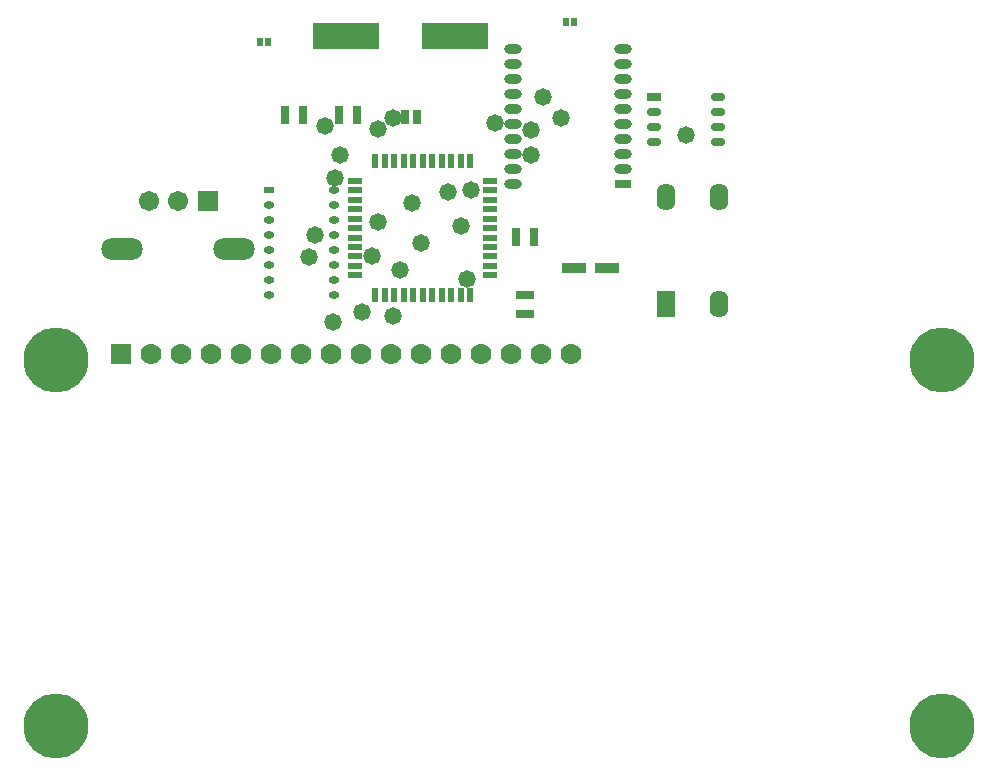
<source format=gts>
G04*
G04 #@! TF.GenerationSoftware,Altium Limited,Altium Designer,20.2.7 (254)*
G04*
G04 Layer_Color=8388736*
%FSLAX44Y44*%
%MOMM*%
G71*
G04*
G04 #@! TF.SameCoordinates,1E3B47B3-C475-4593-AA8A-A76477CD3576*
G04*
G04*
G04 #@! TF.FilePolarity,Negative*
G04*
G01*
G75*
%ADD30O,1.6032X2.3032*%
%ADD31R,1.6032X2.3032*%
%ADD32O,1.4732X0.8032*%
%ADD33R,1.4732X0.8032*%
%ADD34R,0.5532X0.7532*%
%ADD35R,1.2032X0.7032*%
%ADD36O,1.2032X0.7032*%
%ADD37R,0.7532X1.5532*%
%ADD38R,0.8032X1.1532*%
%ADD39O,0.8832X0.6032*%
%ADD40R,0.8832X0.6032*%
%ADD41R,2.0032X0.9032*%
%ADD42R,1.5532X0.7532*%
%ADD43R,1.2032X0.6032*%
%ADD44R,0.6032X1.2032*%
%ADD45R,5.7032X2.3032*%
%ADD46C,5.5032*%
%ADD47C,1.7782*%
%ADD48R,1.7782X1.7782*%
%ADD49C,1.7112*%
%ADD50R,1.7112X1.7112*%
%ADD51O,3.5032X1.8532*%
%ADD52C,1.4732*%
D30*
X1465220Y948470D02*
D03*
X1420220D02*
D03*
X1465220Y857470D02*
D03*
D31*
X1420220D02*
D03*
D32*
X1290810Y1073150D02*
D03*
Y1060450D02*
D03*
Y1047750D02*
D03*
Y1035050D02*
D03*
Y1022350D02*
D03*
Y1009650D02*
D03*
Y996950D02*
D03*
Y984250D02*
D03*
Y971550D02*
D03*
Y958850D02*
D03*
X1383810Y1073150D02*
D03*
Y1060450D02*
D03*
Y1047750D02*
D03*
Y1035050D02*
D03*
Y1022350D02*
D03*
Y1009650D02*
D03*
Y996950D02*
D03*
Y984250D02*
D03*
Y971550D02*
D03*
D33*
Y958850D02*
D03*
D34*
X1335330Y1096010D02*
D03*
X1341830D02*
D03*
X1076250Y1079500D02*
D03*
X1082750D02*
D03*
D35*
X1409700Y1032510D02*
D03*
D36*
Y1019810D02*
D03*
Y1007110D02*
D03*
Y994410D02*
D03*
X1463700Y1032510D02*
D03*
Y1019810D02*
D03*
Y1007110D02*
D03*
Y994410D02*
D03*
D37*
X1158370Y1017270D02*
D03*
X1142870D02*
D03*
X1308230Y914400D02*
D03*
X1292730D02*
D03*
X1112650Y1017270D02*
D03*
X1097150D02*
D03*
D38*
X1208960Y1016000D02*
D03*
X1198960D02*
D03*
D39*
X1138750Y864870D02*
D03*
Y877570D02*
D03*
Y890270D02*
D03*
Y902970D02*
D03*
Y915670D02*
D03*
Y928370D02*
D03*
Y941070D02*
D03*
Y953770D02*
D03*
X1083750Y864870D02*
D03*
Y877570D02*
D03*
Y890270D02*
D03*
Y902970D02*
D03*
Y915670D02*
D03*
Y928370D02*
D03*
Y941070D02*
D03*
D40*
Y953770D02*
D03*
D41*
X1370360Y887730D02*
D03*
X1342360D02*
D03*
D42*
X1300480Y865000D02*
D03*
Y849500D02*
D03*
D43*
X1271120Y881870D02*
D03*
Y889870D02*
D03*
Y897870D02*
D03*
Y905870D02*
D03*
Y913870D02*
D03*
Y921870D02*
D03*
Y929870D02*
D03*
Y937870D02*
D03*
Y945870D02*
D03*
Y953870D02*
D03*
Y961870D02*
D03*
X1157120D02*
D03*
Y953870D02*
D03*
Y945870D02*
D03*
Y937870D02*
D03*
Y929870D02*
D03*
Y921870D02*
D03*
Y913870D02*
D03*
Y905870D02*
D03*
Y897870D02*
D03*
Y889870D02*
D03*
Y881870D02*
D03*
D44*
X1254120Y978870D02*
D03*
X1246120D02*
D03*
X1238120D02*
D03*
X1230120D02*
D03*
X1222120D02*
D03*
X1214120D02*
D03*
X1206120D02*
D03*
X1198120D02*
D03*
X1190120D02*
D03*
X1182120D02*
D03*
X1174120D02*
D03*
Y864870D02*
D03*
X1182120D02*
D03*
X1190120D02*
D03*
X1198120D02*
D03*
X1206120D02*
D03*
X1214120D02*
D03*
X1222120D02*
D03*
X1230120D02*
D03*
X1238120D02*
D03*
X1246120D02*
D03*
X1254120D02*
D03*
D45*
X1148820Y1084580D02*
D03*
X1241320D02*
D03*
D46*
X1653850Y500340D02*
D03*
X903850D02*
D03*
X1653850Y810340D02*
D03*
X903850D02*
D03*
D47*
X1339850Y815340D02*
D03*
X1314450D02*
D03*
X1289050D02*
D03*
X1263650D02*
D03*
X1238250D02*
D03*
X1212850D02*
D03*
X1187450D02*
D03*
X1162050D02*
D03*
X1136650D02*
D03*
X1111250D02*
D03*
X1085850D02*
D03*
X1060450D02*
D03*
X1035050D02*
D03*
X1009650D02*
D03*
X984250D02*
D03*
D48*
X958850D02*
D03*
D49*
X982110Y945060D02*
D03*
X1007110D02*
D03*
D50*
X1032110D02*
D03*
D51*
X1054610Y904060D02*
D03*
X959610D02*
D03*
D52*
X1331468Y1014984D02*
D03*
X1131316Y1008126D02*
D03*
X1176274Y927354D02*
D03*
X1138174Y842264D02*
D03*
X1251966Y878840D02*
D03*
X1162558Y851154D02*
D03*
X1195088Y886206D02*
D03*
X1123188Y915670D02*
D03*
X1212351Y909311D02*
D03*
X1144016Y983996D02*
D03*
X1139698Y964692D02*
D03*
X1171194Y898652D02*
D03*
X1204817Y943102D02*
D03*
X1246400Y924074D02*
D03*
X1305814Y983488D02*
D03*
X1235202Y952246D02*
D03*
X1315974Y1033018D02*
D03*
X1118108Y897128D02*
D03*
X1188720Y847344D02*
D03*
X1176274Y1005586D02*
D03*
X1275588Y1010666D02*
D03*
X1436624Y1000760D02*
D03*
X1188720Y1015238D02*
D03*
X1255268Y954532D02*
D03*
X1305814Y1005078D02*
D03*
M02*

</source>
